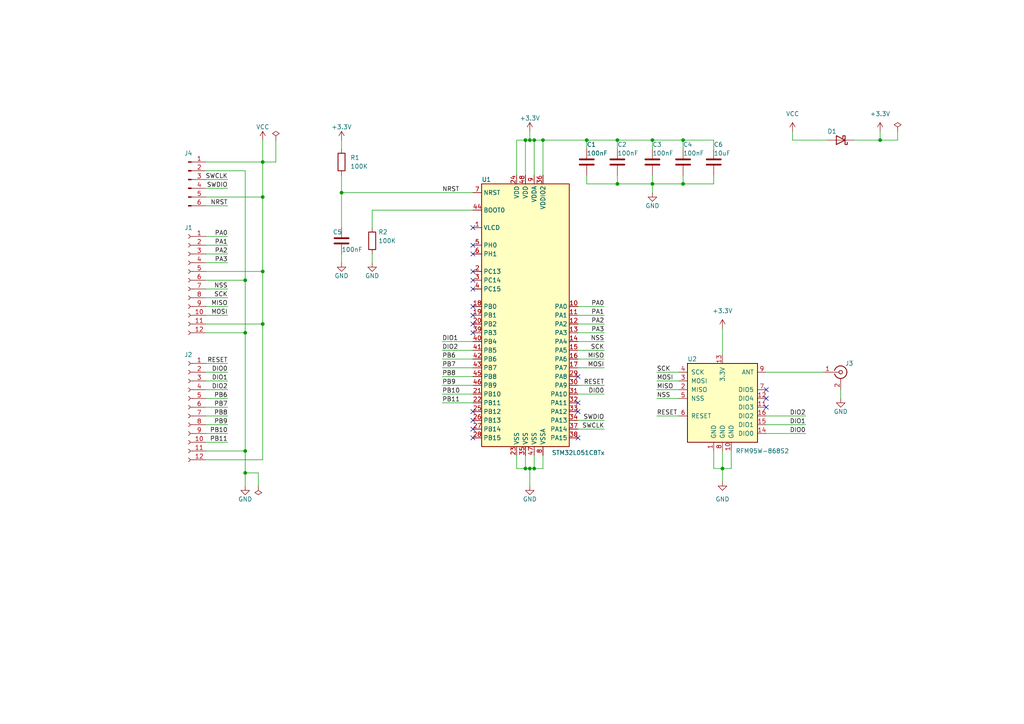
<source format=kicad_sch>
(kicad_sch (version 20230121) (generator eeschema)
  (paper "A4")
  (lib_symbols
    (symbol "Connector:Conn_01x06_Pin" (pin_names (offset 1.016) hide)
      (property "Reference" "J" (at 0 7.62 0))
      (property "Value" "Conn_01x06_Pin" (at 0 -10.16 0))
      (symbol "Conn_01x06_Pin_1_1"
        (polyline (pts (xy 1.27 -7.62) (xy 0.8636 -7.62)) (stroke (width 0.1524)))
        (polyline (pts (xy 1.27 -5.08) (xy 0.8636 -5.08)) (stroke (width 0.1524)))
        (polyline (pts (xy 1.27 -2.54) (xy 0.8636 -2.54)) (stroke (width 0.1524)))
        (polyline (pts (xy 1.27 0) (xy 0.8636 0)) (stroke (width 0.1524)))
        (polyline (pts (xy 1.27 2.54) (xy 0.8636 2.54)) (stroke (width 0.1524)))
        (polyline (pts (xy 1.27 5.08) (xy 0.8636 5.08)) (stroke (width 0.1524)))
        (rectangle (start 0.8636 -7.493) (end 0 -7.747) (stroke (width 0.1524)) (fill (type outline)))
        (rectangle (start 0.8636 -4.953) (end 0 -5.207) (stroke (width 0.1524)) (fill (type outline)))
        (rectangle (start 0.8636 -2.413) (end 0 -2.667) (stroke (width 0.1524)) (fill (type outline)))
        (rectangle (start 0.8636 0.127) (end 0 -0.127) (stroke (width 0.1524)) (fill (type outline)))
        (rectangle (start 0.8636 2.667) (end 0 2.413) (stroke (width 0.1524)) (fill (type outline)))
        (rectangle (start 0.8636 5.207) (end 0 4.953) (stroke (width 0.1524)) (fill (type outline)))
        (pin passive line (at 5.08 5.08 180) (length 3.81) (name "Pin_1") (number "1"))
        (pin passive line (at 5.08 2.54 180) (length 3.81) (name "Pin_2") (number "2"))
        (pin passive line (at 5.08 0 180) (length 3.81) (name "Pin_3") (number "3"))
        (pin passive line (at 5.08 -2.54 180) (length 3.81) (name "Pin_4") (number "4"))
        (pin passive line (at 5.08 -5.08 180) (length 3.81) (name "Pin_5") (number "5"))
        (pin passive line (at 5.08 -7.62 180) (length 3.81) (name "Pin_6") (number "6"))
      )
    )
    (symbol "Connector:Conn_01x12_Socket" (pin_names (offset 1.016) hide)
      (property "Reference" "J" (at 0 15.24 0))
      (property "Value" "Conn_01x12_Socket" (at 0 -17.78 0))
      (symbol "Conn_01x12_Socket_1_1"
        (arc (start 0 -14.732) (mid -0.5058 -15.24) (end 0 -15.748) (stroke (width 0.1524)))
        (arc (start 0 -12.192) (mid -0.5058 -12.7) (end 0 -13.208) (stroke (width 0.1524)))
        (arc (start 0 -9.652) (mid -0.5058 -10.16) (end 0 -10.668) (stroke (width 0.1524)))
        (arc (start 0 -7.112) (mid -0.5058 -7.62) (end 0 -8.128) (stroke (width 0.1524)))
        (arc (start 0 -4.572) (mid -0.5058 -5.08) (end 0 -5.588) (stroke (width 0.1524)))
        (arc (start 0 -2.032) (mid -0.5058 -2.54) (end 0 -3.048) (stroke (width 0.1524)))
        (polyline (pts (xy -1.27 -15.24) (xy -0.508 -15.24)) (stroke (width 0.1524)))
        (polyline (pts (xy -1.27 -12.7) (xy -0.508 -12.7)) (stroke (width 0.1524)))
        (polyline (pts (xy -1.27 -10.16) (xy -0.508 -10.16)) (stroke (width 0.1524)))
        (polyline (pts (xy -1.27 -7.62) (xy -0.508 -7.62)) (stroke (width 0.1524)))
        (polyline (pts (xy -1.27 -5.08) (xy -0.508 -5.08)) (stroke (width 0.1524)))
        (polyline (pts (xy -1.27 -2.54) (xy -0.508 -2.54)) (stroke (width 0.1524)))
        (polyline (pts (xy -1.27 0) (xy -0.508 0)) (stroke (width 0.1524)))
        (polyline (pts (xy -1.27 2.54) (xy -0.508 2.54)) (stroke (width 0.1524)))
        (polyline (pts (xy -1.27 5.08) (xy -0.508 5.08)) (stroke (width 0.1524)))
        (polyline (pts (xy -1.27 7.62) (xy -0.508 7.62)) (stroke (width 0.1524)))
        (polyline (pts (xy -1.27 10.16) (xy -0.508 10.16)) (stroke (width 0.1524)))
        (polyline (pts (xy -1.27 12.7) (xy -0.508 12.7)) (stroke (width 0.1524)))
        (arc (start 0 0.508) (mid -0.5058 0) (end 0 -0.508) (stroke (width 0.1524)))
        (arc (start 0 3.048) (mid -0.5058 2.54) (end 0 2.032) (stroke (width 0.1524)))
        (arc (start 0 5.588) (mid -0.5058 5.08) (end 0 4.572) (stroke (width 0.1524)))
        (arc (start 0 8.128) (mid -0.5058 7.62) (end 0 7.112) (stroke (width 0.1524)))
        (arc (start 0 10.668) (mid -0.5058 10.16) (end 0 9.652) (stroke (width 0.1524)))
        (arc (start 0 13.208) (mid -0.5058 12.7) (end 0 12.192) (stroke (width 0.1524)))
        (pin passive line (at -5.08 12.7 0) (length 3.81) (name "Pin_1") (number "1"))
        (pin passive line (at -5.08 -10.16 0) (length 3.81) (name "Pin_10") (number "10"))
        (pin passive line (at -5.08 -12.7 0) (length 3.81) (name "Pin_11") (number "11"))
        (pin passive line (at -5.08 -15.24 0) (length 3.81) (name "Pin_12") (number "12"))
        (pin passive line (at -5.08 10.16 0) (length 3.81) (name "Pin_2") (number "2"))
        (pin passive line (at -5.08 7.62 0) (length 3.81) (name "Pin_3") (number "3"))
        (pin passive line (at -5.08 5.08 0) (length 3.81) (name "Pin_4") (number "4"))
        (pin passive line (at -5.08 2.54 0) (length 3.81) (name "Pin_5") (number "5"))
        (pin passive line (at -5.08 0 0) (length 3.81) (name "Pin_6") (number "6"))
        (pin passive line (at -5.08 -2.54 0) (length 3.81) (name "Pin_7") (number "7"))
        (pin passive line (at -5.08 -5.08 0) (length 3.81) (name "Pin_8") (number "8"))
        (pin passive line (at -5.08 -7.62 0) (length 3.81) (name "Pin_9") (number "9"))
      )
    )
    (symbol "Connector:Conn_Coaxial" (pin_names (offset 1.016) hide)
      (property "Reference" "J" (at 0.254 3.048 0))
      (property "Value" "Conn_Coaxial" (at 2.921 0 90))
      (symbol "Conn_Coaxial_0_1"
        (arc (start -1.778 -0.508) (mid 0.2311 -1.8066) (end 1.778 0) (stroke (width 0.254)))
        (polyline (pts (xy -2.54 0) (xy -0.508 0)))
        (polyline (pts (xy 0 -2.54) (xy 0 -1.778)))
        (circle (center 0 0) (radius 0.508) (stroke (width 0.2032)))
        (arc (start 1.778 0) (mid 0.2099 1.8101) (end -1.778 0.508) (stroke (width 0.254)))
      )
      (symbol "Conn_Coaxial_1_1"
        (pin passive line (at -5.08 0 0) (length 2.54) (name "In") (number "1"))
        (pin passive line (at 0 -5.08 90) (length 2.54) (name "Ext") (number "2"))
      )
    )
    (symbol "Device:C" (pin_numbers hide) (pin_names (offset 0.254))
      (property "Reference" "C" (at 0.635 2.54 0))
      (property "Value" "C" (at 0.635 -2.54 0))
      (symbol "C_0_1"
        (polyline (pts (xy -2.032 -0.762) (xy 2.032 -0.762)) (stroke (width 0.508)))
        (polyline (pts (xy -2.032 0.762) (xy 2.032 0.762)) (stroke (width 0.508)))
      )
      (symbol "C_1_1"
        (pin passive line (at 0 3.81 270) (length 2.794) (name "~") (number "1"))
        (pin passive line (at 0 -3.81 90) (length 2.794) (name "~") (number "2"))
      )
    )
    (symbol "Device:D_Schottky" (pin_numbers hide) (pin_names (offset 1.016) hide)
      (property "Reference" "D" (at 0 2.54 0))
      (property "Value" "D_Schottky" (at 0 -2.54 0))
      (symbol "D_Schottky_0_1"
        (polyline (pts (xy 1.27 0) (xy -1.27 0)))
        (polyline (pts (xy 1.27 1.27) (xy 1.27 -1.27) (xy -1.27 0) (xy 1.27 1.27)) (stroke (width 0.254)))
        (polyline (pts (xy -1.905 0.635) (xy -1.905 1.27) (xy -1.27 1.27) (xy -1.27 -1.27) (xy -0.635 -1.27) (xy -0.635 -0.635)) (stroke (width 0.254)))
      )
      (symbol "D_Schottky_1_1"
        (pin passive line (at -3.81 0 0) (length 2.54) (name "K") (number "1"))
        (pin passive line (at 3.81 0 180) (length 2.54) (name "A") (number "2"))
      )
    )
    (symbol "Device:R" (pin_numbers hide) (pin_names (offset 0))
      (property "Reference" "R" (at 2.032 0 90))
      (property "Value" "R" (at 0 0 90))
      (symbol "R_0_1"
        (rectangle (start -1.016 -2.54) (end 1.016 2.54) (stroke (width 0.254)))
      )
      (symbol "R_1_1"
        (pin passive line (at 0 3.81 270) (length 1.27) (name "~") (number "1"))
        (pin passive line (at 0 -3.81 90) (length 1.27) (name "~") (number "2"))
      )
    )
    (symbol "MCU_ST_STM32L0:STM32L051C8Tx"
      (property "Reference" "U" (at -12.7 39.37 0))
      (property "Value" "STM32L051C8Tx" (at 7.62 39.37 0))
      (symbol "STM32L051C8Tx_0_1"
        (rectangle (start -12.7 -38.1) (end 12.7 38.1) (stroke (width 0.254)) (fill (type background)))
      )
      (symbol "STM32L051C8Tx_1_1"
        (pin power_in line (at -15.24 25.4 0) (length 2.54) (name "VLCD") (number "1"))
        (pin bidirectional line (at 15.24 2.54 180) (length 2.54) (name "PA0") (number "10"))
        (pin bidirectional line (at 15.24 0 180) (length 2.54) (name "PA1") (number "11"))
        (pin bidirectional line (at 15.24 -2.54 180) (length 2.54) (name "PA2") (number "12"))
        (pin bidirectional line (at 15.24 -5.08 180) (length 2.54) (name "PA3") (number "13"))
        (pin bidirectional line (at 15.24 -7.62 180) (length 2.54) (name "PA4") (number "14"))
        (pin bidirectional line (at 15.24 -10.16 180) (length 2.54) (name "PA5") (number "15"))
        (pin bidirectional line (at 15.24 -12.7 180) (length 2.54) (name "PA6") (number "16"))
        (pin bidirectional line (at 15.24 -15.24 180) (length 2.54) (name "PA7") (number "17"))
        (pin bidirectional line (at -15.24 2.54 0) (length 2.54) (name "PB0") (number "18"))
        (pin bidirectional line (at -15.24 0 0) (length 2.54) (name "PB1") (number "19"))
        (pin bidirectional line (at -15.24 12.7 0) (length 2.54) (name "PC13") (number "2"))
        (pin bidirectional line (at -15.24 -2.54 0) (length 2.54) (name "PB2") (number "20"))
        (pin bidirectional line (at -15.24 -22.86 0) (length 2.54) (name "PB10") (number "21"))
        (pin bidirectional line (at -15.24 -25.4 0) (length 2.54) (name "PB11") (number "22"))
        (pin power_in line (at -2.54 -40.64 90) (length 2.54) (name "VSS") (number "23"))
        (pin power_in line (at -2.54 40.64 270) (length 2.54) (name "VDD") (number "24"))
        (pin bidirectional line (at -15.24 -27.94 0) (length 2.54) (name "PB12") (number "25"))
        (pin bidirectional line (at -15.24 -30.48 0) (length 2.54) (name "PB13") (number "26"))
        (pin bidirectional line (at -15.24 -33.02 0) (length 2.54) (name "PB14") (number "27"))
        (pin bidirectional line (at -15.24 -35.56 0) (length 2.54) (name "PB15") (number "28"))
        (pin bidirectional line (at 15.24 -17.78 180) (length 2.54) (name "PA8") (number "29"))
        (pin bidirectional line (at -15.24 10.16 0) (length 2.54) (name "PC14") (number "3"))
        (pin bidirectional line (at 15.24 -20.32 180) (length 2.54) (name "PA9") (number "30"))
        (pin bidirectional line (at 15.24 -22.86 180) (length 2.54) (name "PA10") (number "31"))
        (pin bidirectional line (at 15.24 -25.4 180) (length 2.54) (name "PA11") (number "32"))
        (pin bidirectional line (at 15.24 -27.94 180) (length 2.54) (name "PA12") (number "33"))
        (pin bidirectional line (at 15.24 -30.48 180) (length 2.54) (name "PA13") (number "34"))
        (pin power_in line (at 0 -40.64 90) (length 2.54) (name "VSS") (number "35"))
        (pin power_in line (at 5.08 40.64 270) (length 2.54) (name "VDDIO2") (number "36"))
        (pin bidirectional line (at 15.24 -33.02 180) (length 2.54) (name "PA14") (number "37"))
        (pin bidirectional line (at 15.24 -35.56 180) (length 2.54) (name "PA15") (number "38"))
        (pin bidirectional line (at -15.24 -5.08 0) (length 2.54) (name "PB3") (number "39"))
        (pin bidirectional line (at -15.24 7.62 0) (length 2.54) (name "PC15") (number "4"))
        (pin bidirectional line (at -15.24 -7.62 0) (length 2.54) (name "PB4") (number "40"))
        (pin bidirectional line (at -15.24 -10.16 0) (length 2.54) (name "PB5") (number "41"))
        (pin bidirectional line (at -15.24 -12.7 0) (length 2.54) (name "PB6") (number "42"))
        (pin bidirectional line (at -15.24 -15.24 0) (length 2.54) (name "PB7") (number "43"))
        (pin input line (at -15.24 30.48 0) (length 2.54) (name "BOOT0") (number "44"))
        (pin bidirectional line (at -15.24 -17.78 0) (length 2.54) (name "PB8") (number "45"))
        (pin bidirectional line (at -15.24 -20.32 0) (length 2.54) (name "PB9") (number "46"))
        (pin power_in line (at 2.54 -40.64 90) (length 2.54) (name "VSS") (number "47"))
        (pin power_in line (at 0 40.64 270) (length 2.54) (name "VDD") (number "48"))
        (pin input line (at -15.24 20.32 0) (length 2.54) (name "PH0") (number "5"))
        (pin input line (at -15.24 17.78 0) (length 2.54) (name "PH1") (number "6"))
        (pin input line (at -15.24 35.56 0) (length 2.54) (name "NRST") (number "7"))
        (pin power_in line (at 5.08 -40.64 90) (length 2.54) (name "VSSA") (number "8"))
        (pin power_in line (at 2.54 40.64 270) (length 2.54) (name "VDDA") (number "9"))
      )
    )
    (symbol "RF_Module:RFM95W-868S2" (pin_names (offset 1.016))
      (property "Reference" "U" (at -10.414 11.684 0))
      (property "Value" "RFM95W-868S2" (at 1.524 11.43 0))
      (symbol "RFM95W-868S2_0_1"
        (rectangle (start -10.16 10.16) (end 10.16 -12.7) (stroke (width 0.254)) (fill (type background)))
      )
      (symbol "RFM95W-868S2_1_1"
        (pin power_in line (at -2.54 -15.24 90) (length 2.54) (name "GND") (number "1"))
        (pin power_in line (at 2.54 -15.24 90) (length 2.54) (name "GND") (number "10"))
        (pin bidirectional line (at 12.7 -2.54 180) (length 2.54) (name "DIO3") (number "11"))
        (pin bidirectional line (at 12.7 0 180) (length 2.54) (name "DIO4") (number "12"))
        (pin power_in line (at 0 12.7 270) (length 2.54) (name "3.3V") (number "13"))
        (pin bidirectional line (at 12.7 -10.16 180) (length 2.54) (name "DIO0") (number "14"))
        (pin bidirectional line (at 12.7 -7.62 180) (length 2.54) (name "DIO1") (number "15"))
        (pin bidirectional line (at 12.7 -5.08 180) (length 2.54) (name "DIO2") (number "16"))
        (pin output line (at -12.7 2.54 0) (length 2.54) (name "MISO") (number "2"))
        (pin input line (at -12.7 5.08 0) (length 2.54) (name "MOSI") (number "3"))
        (pin input line (at -12.7 7.62 0) (length 2.54) (name "SCK") (number "4"))
        (pin input line (at -12.7 0 0) (length 2.54) (name "NSS") (number "5"))
        (pin bidirectional line (at -12.7 -5.08 0) (length 2.54) (name "RESET") (number "6"))
        (pin bidirectional line (at 12.7 2.54 180) (length 2.54) (name "DIO5") (number "7"))
        (pin power_in line (at 0 -15.24 90) (length 2.54) (name "GND") (number "8"))
        (pin bidirectional line (at 12.7 7.62 180) (length 2.54) (name "ANT") (number "9"))
      )
    )
    (symbol "power:+3.3V" (power) (pin_names (offset 0))
      (property "Value" "+3.3V" (at 0 3.556 0))
      (symbol "+3.3V_0_1"
        (polyline (pts (xy -0.762 1.27) (xy 0 2.54)))
        (polyline (pts (xy 0 0) (xy 0 2.54)))
        (polyline (pts (xy 0 2.54) (xy 0.762 1.27)))
      )
      (symbol "+3.3V_1_1"
        (pin power_in line (at 0 0 90) (length 0) hide (name "+3.3V") (number "1"))
      )
    )
    (symbol "power:GND" (power) (pin_names (offset 0))
      (property "Value" "GND" (at 0 -3.81 0))
      (symbol "GND_0_1"
        (polyline (pts (xy 0 0) (xy 0 -1.27) (xy 1.27 -1.27) (xy 0 -2.54) (xy -1.27 -1.27) (xy 0 -1.27)))
      )
      (symbol "GND_1_1"
        (pin power_in line (at 0 0 270) (length 0) hide (name "GND") (number "1"))
      )
    )
    (symbol "power:PWR_FLAG" (power) (pin_numbers hide) (pin_names (offset 0) hide)
      (property "Value" "PWR_FLAG" (at 0 3.81 0))
      (symbol "PWR_FLAG_0_0"
        (pin power_out line (at 0 0 90) (length 0) (name "pwr") (number "1"))
      )
      (symbol "PWR_FLAG_0_1"
        (polyline (pts (xy 0 0) (xy 0 1.27) (xy -1.016 1.905) (xy 0 2.54) (xy 1.016 1.905) (xy 0 1.27)))
      )
    )
    (symbol "power:VCC" (power) (pin_names (offset 0))
      (property "Value" "VCC" (at 0 3.81 0))
      (symbol "VCC_0_1"
        (polyline (pts (xy -0.762 1.27) (xy 0 2.54)))
        (polyline (pts (xy 0 0) (xy 0 2.54)))
        (polyline (pts (xy 0 2.54) (xy 0.762 1.27)))
      )
      (symbol "VCC_1_1"
        (pin power_in line (at 0 0 90) (length 0) hide (name "VCC") (number "1"))
      )
    )
  )
  (junction (at 179.07 40.64))
  (junction (at 209.55 135.89))
  (junction (at 157.48 40.64))
  (junction (at 152.4 40.64))
  (junction (at 71.12 96.52))
  (junction (at 189.23 40.64))
  (junction (at 198.12 53.34))
  (junction (at 76.2 46.99))
  (junction (at 71.12 81.28))
  (junction (at 76.2 57.15))
  (junction (at 255.27 40.64))
  (junction (at 152.4 135.89))
  (junction (at 76.2 93.98))
  (junction (at 189.23 53.34))
  (junction (at 99.06 55.88))
  (junction (at 179.07 53.34))
  (junction (at 76.2 78.74))
  (junction (at 154.94 135.89))
  (junction (at 71.12 130.81))
  (junction (at 71.12 137.16))
  (junction (at 170.18 40.64))
  (junction (at 198.12 40.64))
  (junction (at 153.67 40.64))
  (junction (at 153.67 135.89))
  (junction (at 154.94 40.64))
  (no_connect (at 137.16 121.92))
  (no_connect (at 137.16 119.38))
  (no_connect (at 167.64 116.84))
  (no_connect (at 137.16 91.44))
  (no_connect (at 167.64 109.22))
  (no_connect (at 222.25 118.11))
  (no_connect (at 167.64 119.38))
  (no_connect (at 137.16 96.52))
  (no_connect (at 137.16 78.74))
  (no_connect (at 222.25 113.03))
  (no_connect (at 222.25 115.57))
  (no_connect (at 137.16 88.9))
  (no_connect (at 137.16 71.12))
  (no_connect (at 137.16 124.46))
  (no_connect (at 137.16 66.04))
  (no_connect (at 137.16 93.98))
  (no_connect (at 137.16 83.82))
  (no_connect (at 167.64 127))
  (no_connect (at 137.16 127))
  (no_connect (at 137.16 81.28))
  (no_connect (at 137.16 73.66))
  (wire (pts (xy 179.07 50.8) (xy 179.07 53.34)))
  (wire (pts (xy 153.67 40.64) (xy 154.94 40.64)))
  (wire (pts (xy 128.27 114.3) (xy 137.16 114.3)))
  (wire (pts (xy 154.94 135.89) (xy 153.67 135.89)))
  (wire (pts (xy 149.86 135.89) (xy 152.4 135.89)))
  (wire (pts (xy 157.48 132.08) (xy 157.48 135.89)))
  (wire (pts (xy 59.69 46.99) (xy 76.2 46.99)))
  (wire (pts (xy 128.27 109.22) (xy 137.16 109.22)))
  (wire (pts (xy 59.69 105.41) (xy 66.04 105.41)))
  (wire (pts (xy 170.18 40.64) (xy 179.07 40.64)))
  (wire (pts (xy 260.35 38.1) (xy 260.35 40.64)))
  (wire (pts (xy 212.09 130.81) (xy 212.09 135.89)))
  (wire (pts (xy 59.69 130.81) (xy 71.12 130.81)))
  (wire (pts (xy 152.4 40.64) (xy 152.4 50.8)))
  (wire (pts (xy 175.26 106.68) (xy 167.64 106.68)))
  (wire (pts (xy 128.27 101.6) (xy 137.16 101.6)))
  (wire (pts (xy 71.12 130.81) (xy 71.12 137.16)))
  (wire (pts (xy 152.4 40.64) (xy 153.67 40.64)))
  (wire (pts (xy 167.64 96.52) (xy 175.26 96.52)))
  (wire (pts (xy 189.23 53.34) (xy 189.23 55.88)))
  (wire (pts (xy 190.5 107.95) (xy 196.85 107.95)))
  (wire (pts (xy 167.64 88.9) (xy 175.26 88.9)))
  (wire (pts (xy 80.01 46.99) (xy 76.2 46.99)))
  (wire (pts (xy 71.12 49.53) (xy 71.12 81.28)))
  (wire (pts (xy 209.55 135.89) (xy 209.55 139.7)))
  (wire (pts (xy 222.25 125.73) (xy 233.68 125.73)))
  (wire (pts (xy 157.48 135.89) (xy 154.94 135.89)))
  (wire (pts (xy 76.2 46.99) (xy 76.2 57.15)))
  (wire (pts (xy 76.2 133.35) (xy 76.2 93.98)))
  (wire (pts (xy 243.84 113.03) (xy 243.84 115.57)))
  (wire (pts (xy 59.69 73.66) (xy 66.04 73.66)))
  (wire (pts (xy 74.93 140.97) (xy 74.93 137.16)))
  (wire (pts (xy 209.55 95.25) (xy 209.55 102.87)))
  (wire (pts (xy 167.64 93.98) (xy 175.26 93.98)))
  (wire (pts (xy 154.94 40.64) (xy 157.48 40.64)))
  (wire (pts (xy 59.69 113.03) (xy 66.04 113.03)))
  (wire (pts (xy 260.35 40.64) (xy 255.27 40.64)))
  (wire (pts (xy 167.64 101.6) (xy 175.26 101.6)))
  (wire (pts (xy 59.69 88.9) (xy 66.04 88.9)))
  (wire (pts (xy 99.06 40.64) (xy 99.06 43.18)))
  (wire (pts (xy 59.69 128.27) (xy 66.04 128.27)))
  (wire (pts (xy 128.27 111.76) (xy 137.16 111.76)))
  (wire (pts (xy 107.95 60.96) (xy 137.16 60.96)))
  (wire (pts (xy 76.2 93.98) (xy 76.2 78.74)))
  (wire (pts (xy 255.27 40.64) (xy 247.65 40.64)))
  (wire (pts (xy 71.12 81.28) (xy 71.12 96.52)))
  (wire (pts (xy 167.64 91.44) (xy 175.26 91.44)))
  (wire (pts (xy 198.12 53.34) (xy 189.23 53.34)))
  (wire (pts (xy 189.23 43.18) (xy 189.23 40.64)))
  (wire (pts (xy 71.12 137.16) (xy 71.12 140.97)))
  (wire (pts (xy 207.01 135.89) (xy 209.55 135.89)))
  (wire (pts (xy 59.69 115.57) (xy 66.04 115.57)))
  (wire (pts (xy 229.87 40.64) (xy 240.03 40.64)))
  (wire (pts (xy 154.94 132.08) (xy 154.94 135.89)))
  (wire (pts (xy 207.01 43.18) (xy 207.01 40.64)))
  (wire (pts (xy 198.12 43.18) (xy 198.12 40.64)))
  (wire (pts (xy 157.48 40.64) (xy 170.18 40.64)))
  (wire (pts (xy 59.69 118.11) (xy 66.04 118.11)))
  (wire (pts (xy 59.69 54.61) (xy 66.04 54.61)))
  (wire (pts (xy 222.25 120.65) (xy 233.68 120.65)))
  (wire (pts (xy 59.69 125.73) (xy 66.04 125.73)))
  (wire (pts (xy 59.69 107.95) (xy 66.04 107.95)))
  (wire (pts (xy 153.67 38.1) (xy 153.67 40.64)))
  (wire (pts (xy 107.95 60.96) (xy 107.95 66.04)))
  (wire (pts (xy 152.4 132.08) (xy 152.4 135.89)))
  (wire (pts (xy 179.07 43.18) (xy 179.07 40.64)))
  (wire (pts (xy 207.01 40.64) (xy 198.12 40.64)))
  (wire (pts (xy 207.01 130.81) (xy 207.01 135.89)))
  (wire (pts (xy 99.06 55.88) (xy 137.16 55.88)))
  (wire (pts (xy 207.01 50.8) (xy 207.01 53.34)))
  (wire (pts (xy 59.69 57.15) (xy 76.2 57.15)))
  (wire (pts (xy 154.94 40.64) (xy 154.94 50.8)))
  (wire (pts (xy 59.69 52.07) (xy 66.04 52.07)))
  (wire (pts (xy 128.27 106.68) (xy 137.16 106.68)))
  (wire (pts (xy 59.69 110.49) (xy 66.04 110.49)))
  (wire (pts (xy 179.07 40.64) (xy 189.23 40.64)))
  (wire (pts (xy 59.69 86.36) (xy 66.04 86.36)))
  (wire (pts (xy 167.64 114.3) (xy 175.26 114.3)))
  (wire (pts (xy 59.69 49.53) (xy 71.12 49.53)))
  (wire (pts (xy 222.25 107.95) (xy 238.76 107.95)))
  (wire (pts (xy 80.01 40.64) (xy 80.01 46.99)))
  (wire (pts (xy 167.64 111.76) (xy 175.26 111.76)))
  (wire (pts (xy 71.12 96.52) (xy 71.12 130.81)))
  (wire (pts (xy 59.69 76.2) (xy 66.04 76.2)))
  (wire (pts (xy 198.12 40.64) (xy 189.23 40.64)))
  (wire (pts (xy 167.64 99.06) (xy 175.26 99.06)))
  (wire (pts (xy 59.69 120.65) (xy 66.04 120.65)))
  (wire (pts (xy 149.86 132.08) (xy 149.86 135.89)))
  (wire (pts (xy 99.06 66.04) (xy 99.06 55.88)))
  (wire (pts (xy 167.64 104.14) (xy 175.26 104.14)))
  (wire (pts (xy 179.07 53.34) (xy 189.23 53.34)))
  (wire (pts (xy 207.01 53.34) (xy 198.12 53.34)))
  (wire (pts (xy 222.25 123.19) (xy 233.68 123.19)))
  (wire (pts (xy 212.09 135.89) (xy 209.55 135.89)))
  (wire (pts (xy 128.27 116.84) (xy 137.16 116.84)))
  (wire (pts (xy 190.5 120.65) (xy 196.85 120.65)))
  (wire (pts (xy 59.69 68.58) (xy 66.04 68.58)))
  (wire (pts (xy 255.27 38.1) (xy 255.27 40.64)))
  (wire (pts (xy 149.86 40.64) (xy 152.4 40.64)))
  (wire (pts (xy 59.69 81.28) (xy 71.12 81.28)))
  (wire (pts (xy 59.69 93.98) (xy 76.2 93.98)))
  (wire (pts (xy 128.27 104.14) (xy 137.16 104.14)))
  (wire (pts (xy 59.69 83.82) (xy 66.04 83.82)))
  (wire (pts (xy 149.86 40.64) (xy 149.86 50.8)))
  (wire (pts (xy 153.67 135.89) (xy 153.67 140.97)))
  (wire (pts (xy 157.48 40.64) (xy 157.48 50.8)))
  (wire (pts (xy 170.18 40.64) (xy 170.18 43.18)))
  (wire (pts (xy 59.69 59.69) (xy 66.04 59.69)))
  (wire (pts (xy 76.2 57.15) (xy 76.2 78.74)))
  (wire (pts (xy 59.69 123.19) (xy 66.04 123.19)))
  (wire (pts (xy 59.69 91.44) (xy 66.04 91.44)))
  (wire (pts (xy 76.2 40.64) (xy 76.2 46.99)))
  (wire (pts (xy 59.69 96.52) (xy 71.12 96.52)))
  (wire (pts (xy 229.87 38.1) (xy 229.87 40.64)))
  (wire (pts (xy 107.95 73.66) (xy 107.95 76.2)))
  (wire (pts (xy 59.69 133.35) (xy 76.2 133.35)))
  (wire (pts (xy 209.55 130.81) (xy 209.55 135.89)))
  (wire (pts (xy 196.85 110.49) (xy 190.5 110.49)))
  (wire (pts (xy 167.64 121.92) (xy 175.26 121.92)))
  (wire (pts (xy 170.18 50.8) (xy 170.18 53.34)))
  (wire (pts (xy 196.85 115.57) (xy 190.5 115.57)))
  (wire (pts (xy 167.64 124.46) (xy 175.26 124.46)))
  (wire (pts (xy 189.23 50.8) (xy 189.23 53.34)))
  (wire (pts (xy 99.06 73.66) (xy 99.06 76.2)))
  (wire (pts (xy 59.69 71.12) (xy 66.04 71.12)))
  (wire (pts (xy 170.18 53.34) (xy 179.07 53.34)))
  (wire (pts (xy 128.27 99.06) (xy 137.16 99.06)))
  (wire (pts (xy 74.93 137.16) (xy 71.12 137.16)))
  (wire (pts (xy 190.5 113.03) (xy 196.85 113.03)))
  (wire (pts (xy 99.06 50.8) (xy 99.06 55.88)))
  (wire (pts (xy 152.4 135.89) (xy 153.67 135.89)))
  (wire (pts (xy 59.69 78.74) (xy 76.2 78.74)))
  (wire (pts (xy 198.12 50.8) (xy 198.12 53.34)))
  (label "SWDIO" (at 175.26 121.92 180))
  (label "PB9" (at 66.04 123.19 180))
  (label "SCK" (at 66.04 86.36 180))
  (label "PB6" (at 128.27 104.14 0))
  (label "RESET" (at 190.5 120.65 0))
  (label "SCK" (at 175.26 101.6 180))
  (label "RESET" (at 66.04 105.41 180))
  (label "PA3" (at 66.04 76.2 180))
  (label "SWDIO" (at 66.04 54.61 180))
  (label "PB7" (at 66.04 118.11 180))
  (label "DIO1" (at 128.27 99.06 0))
  (label "PA2" (at 175.26 93.98 180))
  (label "PA0" (at 66.04 68.58 180))
  (label "DIO0" (at 175.26 114.3 180))
  (label "PA3" (at 175.26 96.52 180))
  (label "DIO0" (at 66.04 107.95 180))
  (label "NRST" (at 128.27 55.88 0))
  (label "DIO1" (at 233.68 123.19 180))
  (label "PB7" (at 128.27 106.68 0))
  (label "SCK" (at 190.5 107.95 0))
  (label "MISO" (at 190.5 113.03 0))
  (label "DIO2" (at 128.27 101.6 0))
  (label "PA1" (at 66.04 71.12 180))
  (label "DIO2" (at 233.68 120.65 180))
  (label "PB9" (at 128.27 111.76 0))
  (label "PB11" (at 66.04 128.27 180))
  (label "MISO" (at 175.26 104.14 180))
  (label "NRST" (at 66.04 59.69 180))
  (label "NSS" (at 190.5 115.57 0))
  (label "MOSI" (at 66.04 91.44 180))
  (label "MOSI" (at 190.5 110.49 0))
  (label "RESET" (at 175.26 111.76 180))
  (label "PA2" (at 66.04 73.66 180))
  (label "PB10" (at 66.04 125.73 180))
  (label "MOSI" (at 175.26 106.68 180))
  (label "MISO" (at 66.04 88.9 180))
  (label "PB10" (at 128.27 114.3 0))
  (label "PB8" (at 66.04 120.65 180))
  (label "PB6" (at 66.04 115.57 180))
  (label "PA1" (at 175.26 91.44 180))
  (label "DIO0" (at 233.68 125.73 180))
  (label "NSS" (at 66.04 83.82 180))
  (label "DIO1" (at 66.04 110.49 180))
  (label "PA0" (at 175.26 88.9 180))
  (label "PB8" (at 128.27 109.22 0))
  (label "NSS" (at 175.26 99.06 180))
  (label "SWCLK" (at 66.04 52.07 180))
  (label "SWCLK" (at 175.26 124.46 180))
  (label "PB11" (at 128.27 116.84 0))
  (label "DIO2" (at 66.04 113.03 180))
  (symbol (lib_id "Connector:Conn_01x12_Socket") (at 54.61 81.28 0) (mirror y) (unit 1)
    (property "Reference" "J1" (at 55.88 66.04 0) (effects (justify left)))
    (property "Value" "Conn_01x12_Female" (effects hide))
    (property "Footprint" "Connector_PinSocket_2.54mm:PinSocket_1x12_P2.54mm_Vertical" (effects hide))
  )
  (symbol (lib_id "power:GND") (at 71.12 140.97 0) (unit 1)
    (property "Reference" "#PWR07" (effects hide))
    (property "Value" "GND" (at 71.12 144.78 0))
  )
  (symbol (lib_id "RF_Module:RFM95W-868S2") (at 209.55 115.57 0) (unit 1)
    (property "Reference" "U2" (at 199.39 104.14 0) (effects (justify left)))
    (property "Value" "RFM95W-868S2" (at 213.36 130.81 0) (effects (justify left)))
    (property "Footprint" "RF_Module:HOPERF_RFM9XW_SMD" (effects hide))
    (property "Datasheet" "https://www.hoperf.com/data/upload/portal/20181127/5bfcbea20e9ef.pdf" (effects hide))
  )
  (symbol (lib_id "Device:C") (at 189.23 46.99 0) (unit 1)
    (property "Reference" "C3" (at 189.23 41.91 0) (effects (justify left)))
    (property "Value" "100nF" (at 189.23 44.45 0) (effects (justify left)))
    (property "Footprint" "Capacitor_SMD:C_0603_1608Metric" (effects hide))
  )
  (symbol (lib_id "Device:D_Schottky") (at 243.84 40.64 180) (unit 1)
    (property "Reference" "D1" (at 241.3 38.1 0))
    (property "Value" "D" (effects hide))
    (property "Footprint" "Diode_SMD:D_1206_3216Metric" (effects hide))
    (property "Sim.Device" "D" (effects hide))
    (property "Sim.Pins" "1=K 2=A" (effects hide))
  )
  (symbol (lib_id "power:GND") (at 209.55 139.7 0) (unit 1)
    (property "Reference" "#PWR05" (effects hide))
    (property "Value" "GND" (at 209.55 144.78 0))
  )
  (symbol (lib_id "Device:R") (at 107.95 69.85 0) (unit 1)
    (property "Reference" "R2" (at 109.728 67.31 0) (effects (justify left)))
    (property "Value" "100K" (at 109.728 69.85 0) (effects (justify left)))
    (property "Footprint" "Resistor_SMD:R_0603_1608Metric" (effects hide))
  )
  (symbol (lib_id "Connector:Conn_Coaxial") (at 243.84 107.95 0) (unit 1)
    (property "Reference" "J3" (at 245.11 105.41 0) (effects (justify left)))
    (property "Value" "Conn_Coaxial" (effects hide))
    (property "Footprint" "Connector_Coaxial:SMA_Molex_73251-1153_EdgeMount_Horizontal" (effects hide))
    (property "Datasheet" " ~" (effects hide))
  )
  (symbol (lib_id "power:GND") (at 189.23 55.88 0) (unit 1)
    (property "Reference" "#PWR0103" (effects hide))
    (property "Value" "GND" (at 189.23 59.69 0))
  )
  (symbol (lib_id "MCU_ST_STM32L0:STM32L051C8Tx") (at 152.4 91.44 0) (unit 1)
    (property "Reference" "U1" (at 139.7 52.07 0) (effects (justify left)))
    (property "Value" "STM32L051C8Tx" (at 160.02 131.318 0) (effects (justify left)))
    (property "Footprint" "Package_QFP:LQFP-48_7x7mm_P0.5mm" (effects hide))
    (property "Datasheet" "http://www.st.com/st-web-ui/static/active/en/resource/technical/document/datasheet/DM00108219.pdf" (effects hide))
  )
  (symbol (lib_id "Device:C") (at 99.06 69.85 0) (unit 1)
    (property "Reference" "C5" (at 96.52 67.31 0) (effects (justify left)))
    (property "Value" "100nF" (at 99.06 72.39 0) (effects (justify left)))
    (property "Footprint" "Capacitor_SMD:C_0603_1608Metric" (effects hide))
  )
  (symbol (lib_id "power:+3.3V") (at 255.27 38.1 0) (unit 1)
    (property "Reference" "#PWR010" (effects hide))
    (property "Value" "+3.3V" (at 255.27 33.02 0))
  )
  (symbol (lib_id "power:GND") (at 153.67 140.97 0) (unit 1)
    (property "Reference" "#PWR0102" (effects hide))
    (property "Value" "GND" (at 153.67 144.78 0))
  )
  (symbol (lib_id "Device:C") (at 179.07 46.99 0) (unit 1)
    (property "Reference" "C2" (at 179.07 41.91 0) (effects (justify left)))
    (property "Value" "100nF" (at 179.07 44.45 0) (effects (justify left)))
    (property "Footprint" "Capacitor_SMD:C_0603_1608Metric" (effects hide))
  )
  (symbol (lib_id "Device:C") (at 207.01 46.99 0) (unit 1)
    (property "Reference" "C6" (at 207.01 41.91 0) (effects (justify left)))
    (property "Value" "10uF" (at 207.01 44.45 0) (effects (justify left)))
    (property "Footprint" "Capacitor_SMD:C_0805_2012Metric" (effects hide))
  )
  (symbol (lib_id "Device:R") (at 99.06 46.99 0) (unit 1)
    (property "Reference" "R1" (at 101.6 45.7199 0) (effects (justify left)))
    (property "Value" "100K" (at 101.6 48.2599 0) (effects (justify left)))
    (property "Footprint" "Resistor_SMD:R_0603_1608Metric" (effects hide))
  )
  (symbol (lib_id "power:GND") (at 243.84 115.57 0) (unit 1)
    (property "Reference" "#PWR08" (effects hide))
    (property "Value" "GND" (at 243.84 119.38 0))
  )
  (symbol (lib_id "Device:C") (at 198.12 46.99 0) (unit 1)
    (property "Reference" "C4" (at 198.12 41.91 0) (effects (justify left)))
    (property "Value" "100nF" (at 198.12 44.45 0) (effects (justify left)))
    (property "Footprint" "Capacitor_SMD:C_0603_1608Metric" (effects hide))
  )
  (symbol (lib_id "power:GND") (at 107.95 76.2 0) (unit 1)
    (property "Reference" "#PWR03" (effects hide))
    (property "Value" "GND" (at 107.95 80.01 0))
  )
  (symbol (lib_id "power:VCC") (at 229.87 38.1 0) (unit 1)
    (property "Reference" "#PWR09" (effects hide))
    (property "Value" "VCC" (at 229.87 33.02 0))
  )
  (symbol (lib_id "power:VCC") (at 76.2 40.64 0) (unit 1)
    (property "Reference" "#PWR06" (effects hide))
    (property "Value" "VCC" (at 76.2 36.83 0))
  )
  (symbol (lib_id "power:PWR_FLAG") (at 80.01 40.64 0) (unit 1)
    (property "Reference" "#FLG01" (effects hide))
    (property "Value" "PWR_FLAG" (effects hide))
  )
  (symbol (lib_id "power:+3.3V") (at 209.55 95.25 0) (unit 1)
    (property "Reference" "#PWR04" (effects hide))
    (property "Value" "+3.3V" (at 209.55 90.17 0))
  )
  (symbol (lib_id "power:PWR_FLAG") (at 74.93 140.97 180) (unit 1)
    (property "Reference" "#FLG02" (effects hide))
    (property "Value" "PWR_FLAG" (effects hide))
  )
  (symbol (lib_id "power:+3.3V") (at 153.67 38.1 0) (unit 1)
    (property "Reference" "#PWR0101" (effects hide))
    (property "Value" "+3.3V" (at 153.67 34.29 0))
  )
  (symbol (lib_id "power:GND") (at 99.06 76.2 0) (unit 1)
    (property "Reference" "#PWR02" (effects hide))
    (property "Value" "GND" (at 99.06 80.01 0))
  )
  (symbol (lib_id "Connector:Conn_01x06_Pin") (at 54.61 52.07 0) (unit 1)
    (property "Reference" "J4" (at 54.61 44.45 0))
    (property "Value" "Conn_01x06_Male" (effects hide))
    (property "Footprint" "Connector_PinHeader_2.54mm:PinHeader_1x06_P2.54mm_Horizontal" (effects hide))
  )
  (symbol (lib_id "Connector:Conn_01x12_Socket") (at 54.61 118.11 0) (mirror y) (unit 1)
    (property "Reference" "J2" (at 54.61 102.87 0))
    (property "Value" "Conn_01x12_Female" (effects hide))
    (property "Footprint" "Connector_PinSocket_2.54mm:PinSocket_1x12_P2.54mm_Vertical" (effects hide))
  )
  (symbol (lib_id "power:PWR_FLAG") (at 260.35 38.1 0) (unit 1)
    (property "Reference" "#FLG03" (effects hide))
    (property "Value" "PWR_FLAG" (effects hide))
  )
  (symbol (lib_id "Device:C") (at 170.18 46.99 0) (unit 1)
    (property "Reference" "C1" (at 170.18 41.91 0) (effects (justify left)))
    (property "Value" "100nF" (at 170.18 44.45 0) (effects (justify left)))
    (property "Footprint" "Capacitor_SMD:C_0603_1608Metric" (effects hide))
  )
  (symbol (lib_id "power:+3.3V") (at 99.06 40.64 0) (unit 1)
    (property "Reference" "#PWR01" (effects hide))
    (property "Value" "+3.3V" (at 99.06 36.83 0))
  )
)
</source>
